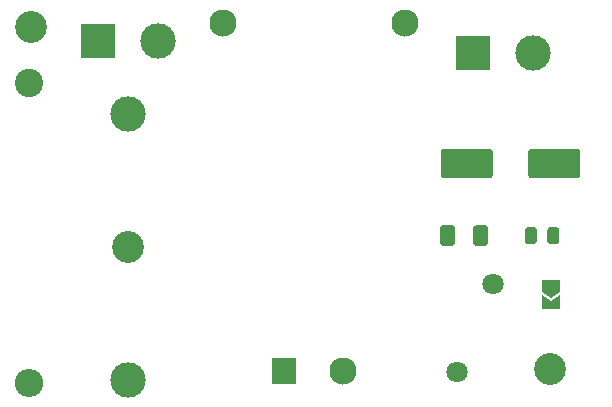
<source format=gts>
G04 #@! TF.GenerationSoftware,KiCad,Pcbnew,5.1.12-84ad8e8a86~92~ubuntu20.04.1*
G04 #@! TF.CreationDate,2022-01-09T16:30:32+01:00*
G04 #@! TF.ProjectId,hlk-pm-pcb,686c6b2d-706d-42d7-9063-622e6b696361,1.0*
G04 #@! TF.SameCoordinates,Original*
G04 #@! TF.FileFunction,Soldermask,Top*
G04 #@! TF.FilePolarity,Negative*
%FSLAX46Y46*%
G04 Gerber Fmt 4.6, Leading zero omitted, Abs format (unit mm)*
G04 Created by KiCad (PCBNEW 5.1.12-84ad8e8a86~92~ubuntu20.04.1) date 2022-01-09 16:30:32*
%MOMM*%
%LPD*%
G01*
G04 APERTURE LIST*
%ADD10C,0.150000*%
%ADD11C,2.700000*%
%ADD12O,2.400000X2.400000*%
%ADD13C,2.400000*%
%ADD14C,1.800000*%
%ADD15C,2.300000*%
%ADD16R,2.000000X2.300000*%
%ADD17C,3.000000*%
%ADD18R,3.000000X3.000000*%
G04 APERTURE END LIST*
D10*
G36*
X133604000Y-80449000D02*
G01*
X132854000Y-79949000D01*
X132854000Y-78949000D01*
X134354000Y-78949000D01*
X134354000Y-79949000D01*
X133604000Y-80449000D01*
G37*
G36*
X132854000Y-81399000D02*
G01*
X132854000Y-80249000D01*
X133604000Y-80749000D01*
X134354000Y-80249000D01*
X134354000Y-81399000D01*
X132854000Y-81399000D01*
G37*
G36*
G01*
X125463000Y-74559000D02*
X125463000Y-75809000D01*
G75*
G02*
X125213000Y-76059000I-250000J0D01*
G01*
X124463000Y-76059000D01*
G75*
G02*
X124213000Y-75809000I0J250000D01*
G01*
X124213000Y-74559000D01*
G75*
G02*
X124463000Y-74309000I250000J0D01*
G01*
X125213000Y-74309000D01*
G75*
G02*
X125463000Y-74559000I0J-250000D01*
G01*
G37*
G36*
G01*
X128263000Y-74559000D02*
X128263000Y-75809000D01*
G75*
G02*
X128013000Y-76059000I-250000J0D01*
G01*
X127263000Y-76059000D01*
G75*
G02*
X127013000Y-75809000I0J250000D01*
G01*
X127013000Y-74559000D01*
G75*
G02*
X127263000Y-74309000I250000J0D01*
G01*
X128013000Y-74309000D01*
G75*
G02*
X128263000Y-74559000I0J-250000D01*
G01*
G37*
D11*
X133477000Y-86487000D03*
X89535000Y-57531000D03*
D12*
X89408000Y-87630000D03*
D13*
X89408000Y-62230000D03*
D14*
X125651000Y-86748000D03*
X128651000Y-79248000D03*
D15*
X121198000Y-57214000D03*
X115998000Y-86614000D03*
D16*
X110998000Y-86614000D03*
D15*
X105798000Y-57214000D03*
D17*
X132080000Y-59690000D03*
D18*
X127000000Y-59690000D03*
D17*
X100330000Y-58674000D03*
D18*
X95250000Y-58674000D03*
D11*
X97790000Y-76126000D03*
D17*
X97790000Y-64876000D03*
X97790000Y-87376000D03*
G36*
G01*
X128675000Y-68088000D02*
X128675000Y-70088000D01*
G75*
G02*
X128425000Y-70338000I-250000J0D01*
G01*
X124525000Y-70338000D01*
G75*
G02*
X124275000Y-70088000I0J250000D01*
G01*
X124275000Y-68088000D01*
G75*
G02*
X124525000Y-67838000I250000J0D01*
G01*
X128425000Y-67838000D01*
G75*
G02*
X128675000Y-68088000I0J-250000D01*
G01*
G37*
G36*
G01*
X136075000Y-68088000D02*
X136075000Y-70088000D01*
G75*
G02*
X135825000Y-70338000I-250000J0D01*
G01*
X131925000Y-70338000D01*
G75*
G02*
X131675000Y-70088000I0J250000D01*
G01*
X131675000Y-68088000D01*
G75*
G02*
X131925000Y-67838000I250000J0D01*
G01*
X135825000Y-67838000D01*
G75*
G02*
X136075000Y-68088000I0J-250000D01*
G01*
G37*
G36*
G01*
X132392000Y-74709000D02*
X132392000Y-75659000D01*
G75*
G02*
X132142000Y-75909000I-250000J0D01*
G01*
X131642000Y-75909000D01*
G75*
G02*
X131392000Y-75659000I0J250000D01*
G01*
X131392000Y-74709000D01*
G75*
G02*
X131642000Y-74459000I250000J0D01*
G01*
X132142000Y-74459000D01*
G75*
G02*
X132392000Y-74709000I0J-250000D01*
G01*
G37*
G36*
G01*
X134292000Y-74709000D02*
X134292000Y-75659000D01*
G75*
G02*
X134042000Y-75909000I-250000J0D01*
G01*
X133542000Y-75909000D01*
G75*
G02*
X133292000Y-75659000I0J250000D01*
G01*
X133292000Y-74709000D01*
G75*
G02*
X133542000Y-74459000I250000J0D01*
G01*
X134042000Y-74459000D01*
G75*
G02*
X134292000Y-74709000I0J-250000D01*
G01*
G37*
M02*

</source>
